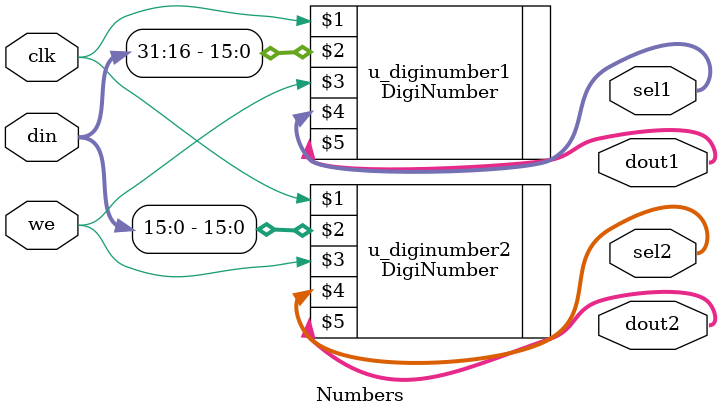
<source format=v>

module Numbers(clk, din, we, dout1, dout2, sel1, sel2);
    input clk;
	input [31:0] din;
	input we;
	
	output [7:0] dout1;
	output [7:0] dout2;
	output [4:1] sel1;
	output [4:1] sel2;
	
	DigiNumber u_diginumber1(clk, din[31:16], we, sel1, dout1);
	DigiNumber u_diginumber2(clk, din[15:0] , we, sel2, dout2);
endmodule
</source>
